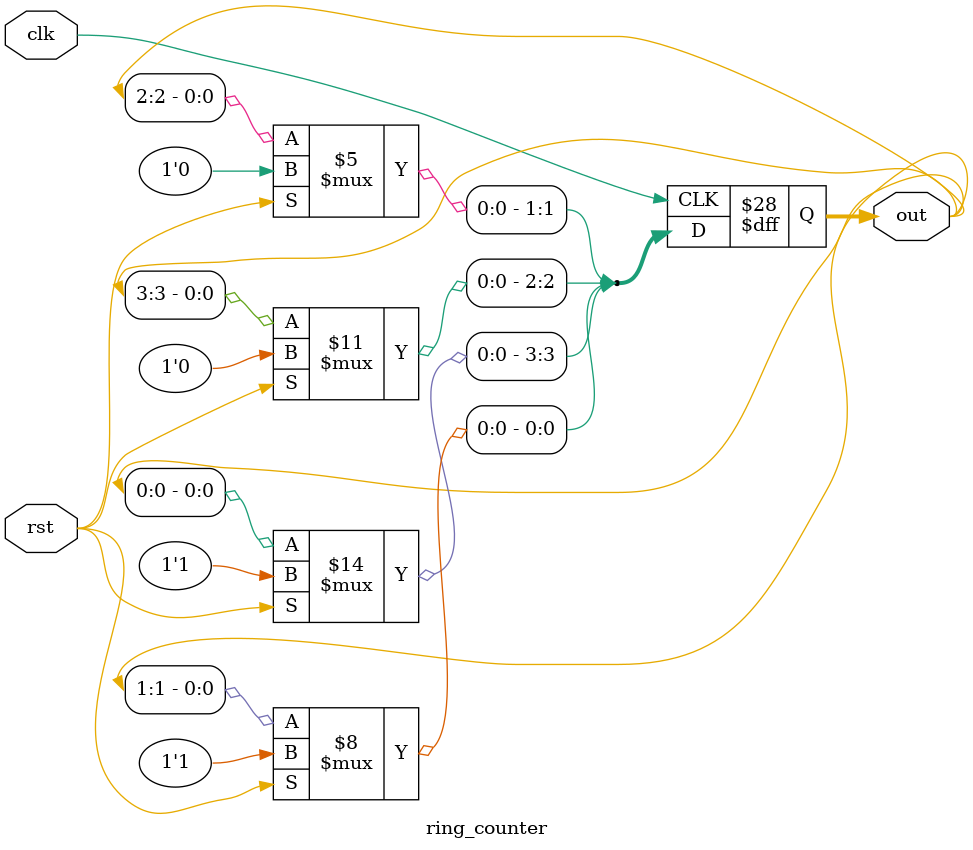
<source format=v>
`timescale 1ns / 1ps


module ring_counter(clk, rst, out);

    input clk, rst;
    output [3:0] out;
    reg[3:0] out;
    reg[3:0] temp;
    
    initial begin
        out = 4'b1001;
    end    

    always @(posedge clk)begin
    
        if(rst == 1'b1) begin
            out = 4'b1001;
        end 
        
        else begin

        temp[0] = out[0];
        temp[1] = out[1];
        temp[2] = out[2];
        temp[3] = out[3];
                  
        out[3] = temp[0];
        out[2] = temp[3];
        out[1] = temp[2];
        out[0] = temp[1];
        end
    end
endmodule

</source>
